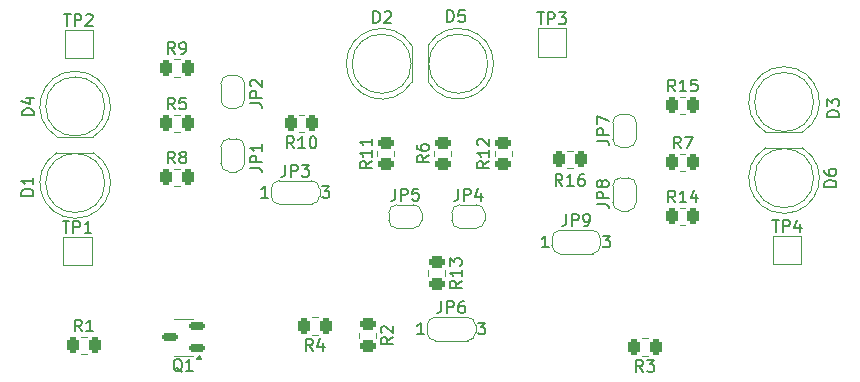
<source format=gbr>
%TF.GenerationSoftware,KiCad,Pcbnew,8.0.0*%
%TF.CreationDate,2024-03-21T20:48:15+02:00*%
%TF.ProjectId,Sensing system,53656e73-696e-4672-9073-797374656d2e,rev?*%
%TF.SameCoordinates,Original*%
%TF.FileFunction,Legend,Top*%
%TF.FilePolarity,Positive*%
%FSLAX46Y46*%
G04 Gerber Fmt 4.6, Leading zero omitted, Abs format (unit mm)*
G04 Created by KiCad (PCBNEW 8.0.0) date 2024-03-21 20:48:15*
%MOMM*%
%LPD*%
G01*
G04 APERTURE LIST*
G04 Aperture macros list*
%AMRoundRect*
0 Rectangle with rounded corners*
0 $1 Rounding radius*
0 $2 $3 $4 $5 $6 $7 $8 $9 X,Y pos of 4 corners*
0 Add a 4 corners polygon primitive as box body*
4,1,4,$2,$3,$4,$5,$6,$7,$8,$9,$2,$3,0*
0 Add four circle primitives for the rounded corners*
1,1,$1+$1,$2,$3*
1,1,$1+$1,$4,$5*
1,1,$1+$1,$6,$7*
1,1,$1+$1,$8,$9*
0 Add four rect primitives between the rounded corners*
20,1,$1+$1,$2,$3,$4,$5,0*
20,1,$1+$1,$4,$5,$6,$7,0*
20,1,$1+$1,$6,$7,$8,$9,0*
20,1,$1+$1,$8,$9,$2,$3,0*%
%AMFreePoly0*
4,1,19,0.000000,0.744911,0.071157,0.744911,0.207708,0.704816,0.327430,0.627875,0.420627,0.520320,0.479746,0.390866,0.500000,0.250000,0.500000,-0.250000,0.479746,-0.390866,0.420627,-0.520320,0.327430,-0.627875,0.207708,-0.704816,0.071157,-0.744911,0.000000,-0.744911,0.000000,-0.750000,-0.550000,-0.750000,-0.550000,0.750000,0.000000,0.750000,0.000000,0.744911,0.000000,0.744911,
$1*%
%AMFreePoly1*
4,1,19,0.550000,-0.750000,0.000000,-0.750000,0.000000,-0.744911,-0.071157,-0.744911,-0.207708,-0.704816,-0.327430,-0.627875,-0.420627,-0.520320,-0.479746,-0.390866,-0.500000,-0.250000,-0.500000,0.250000,-0.479746,0.390866,-0.420627,0.520320,-0.327430,0.627875,-0.207708,0.704816,-0.071157,0.744911,0.000000,0.744911,0.000000,0.750000,0.550000,0.750000,0.550000,-0.750000,0.550000,-0.750000,
$1*%
%AMFreePoly2*
4,1,19,0.000000,0.744911,0.071157,0.744911,0.207708,0.704816,0.327430,0.627875,0.420627,0.520320,0.479746,0.390866,0.500000,0.250000,0.500000,-0.250000,0.479746,-0.390866,0.420627,-0.520320,0.327430,-0.627875,0.207708,-0.704816,0.071157,-0.744911,0.000000,-0.744911,0.000000,-0.750000,-0.500000,-0.750000,-0.500000,0.750000,0.000000,0.750000,0.000000,0.744911,0.000000,0.744911,
$1*%
%AMFreePoly3*
4,1,19,0.500000,-0.750000,0.000000,-0.750000,0.000000,-0.744911,-0.071157,-0.744911,-0.207708,-0.704816,-0.327430,-0.627875,-0.420627,-0.520320,-0.479746,-0.390866,-0.500000,-0.250000,-0.500000,0.250000,-0.479746,0.390866,-0.420627,0.520320,-0.327430,0.627875,-0.207708,0.704816,-0.071157,0.744911,0.000000,0.744911,0.000000,0.750000,0.500000,0.750000,0.500000,-0.750000,0.500000,-0.750000,
$1*%
G04 Aperture macros list end*
%ADD10C,0.150000*%
%ADD11C,0.120000*%
%ADD12R,2.000000X2.000000*%
%ADD13RoundRect,0.250000X0.262500X0.450000X-0.262500X0.450000X-0.262500X-0.450000X0.262500X-0.450000X0*%
%ADD14RoundRect,0.250000X-0.262500X-0.450000X0.262500X-0.450000X0.262500X0.450000X-0.262500X0.450000X0*%
%ADD15RoundRect,0.250000X-0.450000X0.262500X-0.450000X-0.262500X0.450000X-0.262500X0.450000X0.262500X0*%
%ADD16RoundRect,0.250000X0.450000X-0.262500X0.450000X0.262500X-0.450000X0.262500X-0.450000X-0.262500X0*%
%ADD17RoundRect,0.150000X0.512500X0.150000X-0.512500X0.150000X-0.512500X-0.150000X0.512500X-0.150000X0*%
%ADD18FreePoly0,0.000000*%
%ADD19R,1.000000X1.500000*%
%ADD20FreePoly1,0.000000*%
%ADD21FreePoly2,90.000000*%
%ADD22FreePoly3,90.000000*%
%ADD23FreePoly2,0.000000*%
%ADD24FreePoly3,0.000000*%
%ADD25O,1.700000X1.700000*%
%ADD26R,1.700000X1.700000*%
%ADD27C,1.800000*%
%ADD28R,1.800000X1.800000*%
G04 APERTURE END LIST*
D10*
X112754095Y-84391819D02*
X113325523Y-84391819D01*
X113039809Y-85391819D02*
X113039809Y-84391819D01*
X113658857Y-85391819D02*
X113658857Y-84391819D01*
X113658857Y-84391819D02*
X114039809Y-84391819D01*
X114039809Y-84391819D02*
X114135047Y-84439438D01*
X114135047Y-84439438D02*
X114182666Y-84487057D01*
X114182666Y-84487057D02*
X114230285Y-84582295D01*
X114230285Y-84582295D02*
X114230285Y-84725152D01*
X114230285Y-84725152D02*
X114182666Y-84820390D01*
X114182666Y-84820390D02*
X114135047Y-84868009D01*
X114135047Y-84868009D02*
X114039809Y-84915628D01*
X114039809Y-84915628D02*
X113658857Y-84915628D01*
X115087428Y-84725152D02*
X115087428Y-85391819D01*
X114849333Y-84344200D02*
X114611238Y-85058485D01*
X114611238Y-85058485D02*
X115230285Y-85058485D01*
X92845095Y-66798819D02*
X93416523Y-66798819D01*
X93130809Y-67798819D02*
X93130809Y-66798819D01*
X93749857Y-67798819D02*
X93749857Y-66798819D01*
X93749857Y-66798819D02*
X94130809Y-66798819D01*
X94130809Y-66798819D02*
X94226047Y-66846438D01*
X94226047Y-66846438D02*
X94273666Y-66894057D01*
X94273666Y-66894057D02*
X94321285Y-66989295D01*
X94321285Y-66989295D02*
X94321285Y-67132152D01*
X94321285Y-67132152D02*
X94273666Y-67227390D01*
X94273666Y-67227390D02*
X94226047Y-67275009D01*
X94226047Y-67275009D02*
X94130809Y-67322628D01*
X94130809Y-67322628D02*
X93749857Y-67322628D01*
X94654619Y-66798819D02*
X95273666Y-66798819D01*
X95273666Y-66798819D02*
X94940333Y-67179771D01*
X94940333Y-67179771D02*
X95083190Y-67179771D01*
X95083190Y-67179771D02*
X95178428Y-67227390D01*
X95178428Y-67227390D02*
X95226047Y-67275009D01*
X95226047Y-67275009D02*
X95273666Y-67370247D01*
X95273666Y-67370247D02*
X95273666Y-67608342D01*
X95273666Y-67608342D02*
X95226047Y-67703580D01*
X95226047Y-67703580D02*
X95178428Y-67751200D01*
X95178428Y-67751200D02*
X95083190Y-67798819D01*
X95083190Y-67798819D02*
X94797476Y-67798819D01*
X94797476Y-67798819D02*
X94702238Y-67751200D01*
X94702238Y-67751200D02*
X94654619Y-67703580D01*
X52768095Y-66936819D02*
X53339523Y-66936819D01*
X53053809Y-67936819D02*
X53053809Y-66936819D01*
X53672857Y-67936819D02*
X53672857Y-66936819D01*
X53672857Y-66936819D02*
X54053809Y-66936819D01*
X54053809Y-66936819D02*
X54149047Y-66984438D01*
X54149047Y-66984438D02*
X54196666Y-67032057D01*
X54196666Y-67032057D02*
X54244285Y-67127295D01*
X54244285Y-67127295D02*
X54244285Y-67270152D01*
X54244285Y-67270152D02*
X54196666Y-67365390D01*
X54196666Y-67365390D02*
X54149047Y-67413009D01*
X54149047Y-67413009D02*
X54053809Y-67460628D01*
X54053809Y-67460628D02*
X53672857Y-67460628D01*
X54625238Y-67032057D02*
X54672857Y-66984438D01*
X54672857Y-66984438D02*
X54768095Y-66936819D01*
X54768095Y-66936819D02*
X55006190Y-66936819D01*
X55006190Y-66936819D02*
X55101428Y-66984438D01*
X55101428Y-66984438D02*
X55149047Y-67032057D01*
X55149047Y-67032057D02*
X55196666Y-67127295D01*
X55196666Y-67127295D02*
X55196666Y-67222533D01*
X55196666Y-67222533D02*
X55149047Y-67365390D01*
X55149047Y-67365390D02*
X54577619Y-67936819D01*
X54577619Y-67936819D02*
X55196666Y-67936819D01*
X52668095Y-84466819D02*
X53239523Y-84466819D01*
X52953809Y-85466819D02*
X52953809Y-84466819D01*
X53572857Y-85466819D02*
X53572857Y-84466819D01*
X53572857Y-84466819D02*
X53953809Y-84466819D01*
X53953809Y-84466819D02*
X54049047Y-84514438D01*
X54049047Y-84514438D02*
X54096666Y-84562057D01*
X54096666Y-84562057D02*
X54144285Y-84657295D01*
X54144285Y-84657295D02*
X54144285Y-84800152D01*
X54144285Y-84800152D02*
X54096666Y-84895390D01*
X54096666Y-84895390D02*
X54049047Y-84943009D01*
X54049047Y-84943009D02*
X53953809Y-84990628D01*
X53953809Y-84990628D02*
X53572857Y-84990628D01*
X55096666Y-85466819D02*
X54525238Y-85466819D01*
X54810952Y-85466819D02*
X54810952Y-84466819D01*
X54810952Y-84466819D02*
X54715714Y-84609676D01*
X54715714Y-84609676D02*
X54620476Y-84704914D01*
X54620476Y-84704914D02*
X54525238Y-84752533D01*
X94964642Y-81480819D02*
X94631309Y-81004628D01*
X94393214Y-81480819D02*
X94393214Y-80480819D01*
X94393214Y-80480819D02*
X94774166Y-80480819D01*
X94774166Y-80480819D02*
X94869404Y-80528438D01*
X94869404Y-80528438D02*
X94917023Y-80576057D01*
X94917023Y-80576057D02*
X94964642Y-80671295D01*
X94964642Y-80671295D02*
X94964642Y-80814152D01*
X94964642Y-80814152D02*
X94917023Y-80909390D01*
X94917023Y-80909390D02*
X94869404Y-80957009D01*
X94869404Y-80957009D02*
X94774166Y-81004628D01*
X94774166Y-81004628D02*
X94393214Y-81004628D01*
X95917023Y-81480819D02*
X95345595Y-81480819D01*
X95631309Y-81480819D02*
X95631309Y-80480819D01*
X95631309Y-80480819D02*
X95536071Y-80623676D01*
X95536071Y-80623676D02*
X95440833Y-80718914D01*
X95440833Y-80718914D02*
X95345595Y-80766533D01*
X96774166Y-80480819D02*
X96583690Y-80480819D01*
X96583690Y-80480819D02*
X96488452Y-80528438D01*
X96488452Y-80528438D02*
X96440833Y-80576057D01*
X96440833Y-80576057D02*
X96345595Y-80718914D01*
X96345595Y-80718914D02*
X96297976Y-80909390D01*
X96297976Y-80909390D02*
X96297976Y-81290342D01*
X96297976Y-81290342D02*
X96345595Y-81385580D01*
X96345595Y-81385580D02*
X96393214Y-81433200D01*
X96393214Y-81433200D02*
X96488452Y-81480819D01*
X96488452Y-81480819D02*
X96678928Y-81480819D01*
X96678928Y-81480819D02*
X96774166Y-81433200D01*
X96774166Y-81433200D02*
X96821785Y-81385580D01*
X96821785Y-81385580D02*
X96869404Y-81290342D01*
X96869404Y-81290342D02*
X96869404Y-81052247D01*
X96869404Y-81052247D02*
X96821785Y-80957009D01*
X96821785Y-80957009D02*
X96774166Y-80909390D01*
X96774166Y-80909390D02*
X96678928Y-80861771D01*
X96678928Y-80861771D02*
X96488452Y-80861771D01*
X96488452Y-80861771D02*
X96393214Y-80909390D01*
X96393214Y-80909390D02*
X96345595Y-80957009D01*
X96345595Y-80957009D02*
X96297976Y-81052247D01*
X104513142Y-73480819D02*
X104179809Y-73004628D01*
X103941714Y-73480819D02*
X103941714Y-72480819D01*
X103941714Y-72480819D02*
X104322666Y-72480819D01*
X104322666Y-72480819D02*
X104417904Y-72528438D01*
X104417904Y-72528438D02*
X104465523Y-72576057D01*
X104465523Y-72576057D02*
X104513142Y-72671295D01*
X104513142Y-72671295D02*
X104513142Y-72814152D01*
X104513142Y-72814152D02*
X104465523Y-72909390D01*
X104465523Y-72909390D02*
X104417904Y-72957009D01*
X104417904Y-72957009D02*
X104322666Y-73004628D01*
X104322666Y-73004628D02*
X103941714Y-73004628D01*
X105465523Y-73480819D02*
X104894095Y-73480819D01*
X105179809Y-73480819D02*
X105179809Y-72480819D01*
X105179809Y-72480819D02*
X105084571Y-72623676D01*
X105084571Y-72623676D02*
X104989333Y-72718914D01*
X104989333Y-72718914D02*
X104894095Y-72766533D01*
X106370285Y-72480819D02*
X105894095Y-72480819D01*
X105894095Y-72480819D02*
X105846476Y-72957009D01*
X105846476Y-72957009D02*
X105894095Y-72909390D01*
X105894095Y-72909390D02*
X105989333Y-72861771D01*
X105989333Y-72861771D02*
X106227428Y-72861771D01*
X106227428Y-72861771D02*
X106322666Y-72909390D01*
X106322666Y-72909390D02*
X106370285Y-72957009D01*
X106370285Y-72957009D02*
X106417904Y-73052247D01*
X106417904Y-73052247D02*
X106417904Y-73290342D01*
X106417904Y-73290342D02*
X106370285Y-73385580D01*
X106370285Y-73385580D02*
X106322666Y-73433200D01*
X106322666Y-73433200D02*
X106227428Y-73480819D01*
X106227428Y-73480819D02*
X105989333Y-73480819D01*
X105989333Y-73480819D02*
X105894095Y-73433200D01*
X105894095Y-73433200D02*
X105846476Y-73385580D01*
X104513142Y-82878819D02*
X104179809Y-82402628D01*
X103941714Y-82878819D02*
X103941714Y-81878819D01*
X103941714Y-81878819D02*
X104322666Y-81878819D01*
X104322666Y-81878819D02*
X104417904Y-81926438D01*
X104417904Y-81926438D02*
X104465523Y-81974057D01*
X104465523Y-81974057D02*
X104513142Y-82069295D01*
X104513142Y-82069295D02*
X104513142Y-82212152D01*
X104513142Y-82212152D02*
X104465523Y-82307390D01*
X104465523Y-82307390D02*
X104417904Y-82355009D01*
X104417904Y-82355009D02*
X104322666Y-82402628D01*
X104322666Y-82402628D02*
X103941714Y-82402628D01*
X105465523Y-82878819D02*
X104894095Y-82878819D01*
X105179809Y-82878819D02*
X105179809Y-81878819D01*
X105179809Y-81878819D02*
X105084571Y-82021676D01*
X105084571Y-82021676D02*
X104989333Y-82116914D01*
X104989333Y-82116914D02*
X104894095Y-82164533D01*
X106322666Y-82212152D02*
X106322666Y-82878819D01*
X106084571Y-81831200D02*
X105846476Y-82545485D01*
X105846476Y-82545485D02*
X106465523Y-82545485D01*
X86432819Y-89519357D02*
X85956628Y-89852690D01*
X86432819Y-90090785D02*
X85432819Y-90090785D01*
X85432819Y-90090785D02*
X85432819Y-89709833D01*
X85432819Y-89709833D02*
X85480438Y-89614595D01*
X85480438Y-89614595D02*
X85528057Y-89566976D01*
X85528057Y-89566976D02*
X85623295Y-89519357D01*
X85623295Y-89519357D02*
X85766152Y-89519357D01*
X85766152Y-89519357D02*
X85861390Y-89566976D01*
X85861390Y-89566976D02*
X85909009Y-89614595D01*
X85909009Y-89614595D02*
X85956628Y-89709833D01*
X85956628Y-89709833D02*
X85956628Y-90090785D01*
X86432819Y-88566976D02*
X86432819Y-89138404D01*
X86432819Y-88852690D02*
X85432819Y-88852690D01*
X85432819Y-88852690D02*
X85575676Y-88947928D01*
X85575676Y-88947928D02*
X85670914Y-89043166D01*
X85670914Y-89043166D02*
X85718533Y-89138404D01*
X85432819Y-88233642D02*
X85432819Y-87614595D01*
X85432819Y-87614595D02*
X85813771Y-87947928D01*
X85813771Y-87947928D02*
X85813771Y-87805071D01*
X85813771Y-87805071D02*
X85861390Y-87709833D01*
X85861390Y-87709833D02*
X85909009Y-87662214D01*
X85909009Y-87662214D02*
X86004247Y-87614595D01*
X86004247Y-87614595D02*
X86242342Y-87614595D01*
X86242342Y-87614595D02*
X86337580Y-87662214D01*
X86337580Y-87662214D02*
X86385200Y-87709833D01*
X86385200Y-87709833D02*
X86432819Y-87805071D01*
X86432819Y-87805071D02*
X86432819Y-88090785D01*
X86432819Y-88090785D02*
X86385200Y-88186023D01*
X86385200Y-88186023D02*
X86337580Y-88233642D01*
X88767819Y-79382857D02*
X88291628Y-79716190D01*
X88767819Y-79954285D02*
X87767819Y-79954285D01*
X87767819Y-79954285D02*
X87767819Y-79573333D01*
X87767819Y-79573333D02*
X87815438Y-79478095D01*
X87815438Y-79478095D02*
X87863057Y-79430476D01*
X87863057Y-79430476D02*
X87958295Y-79382857D01*
X87958295Y-79382857D02*
X88101152Y-79382857D01*
X88101152Y-79382857D02*
X88196390Y-79430476D01*
X88196390Y-79430476D02*
X88244009Y-79478095D01*
X88244009Y-79478095D02*
X88291628Y-79573333D01*
X88291628Y-79573333D02*
X88291628Y-79954285D01*
X88767819Y-78430476D02*
X88767819Y-79001904D01*
X88767819Y-78716190D02*
X87767819Y-78716190D01*
X87767819Y-78716190D02*
X87910676Y-78811428D01*
X87910676Y-78811428D02*
X88005914Y-78906666D01*
X88005914Y-78906666D02*
X88053533Y-79001904D01*
X87863057Y-78049523D02*
X87815438Y-78001904D01*
X87815438Y-78001904D02*
X87767819Y-77906666D01*
X87767819Y-77906666D02*
X87767819Y-77668571D01*
X87767819Y-77668571D02*
X87815438Y-77573333D01*
X87815438Y-77573333D02*
X87863057Y-77525714D01*
X87863057Y-77525714D02*
X87958295Y-77478095D01*
X87958295Y-77478095D02*
X88053533Y-77478095D01*
X88053533Y-77478095D02*
X88196390Y-77525714D01*
X88196390Y-77525714D02*
X88767819Y-78097142D01*
X88767819Y-78097142D02*
X88767819Y-77478095D01*
X78814819Y-79382857D02*
X78338628Y-79716190D01*
X78814819Y-79954285D02*
X77814819Y-79954285D01*
X77814819Y-79954285D02*
X77814819Y-79573333D01*
X77814819Y-79573333D02*
X77862438Y-79478095D01*
X77862438Y-79478095D02*
X77910057Y-79430476D01*
X77910057Y-79430476D02*
X78005295Y-79382857D01*
X78005295Y-79382857D02*
X78148152Y-79382857D01*
X78148152Y-79382857D02*
X78243390Y-79430476D01*
X78243390Y-79430476D02*
X78291009Y-79478095D01*
X78291009Y-79478095D02*
X78338628Y-79573333D01*
X78338628Y-79573333D02*
X78338628Y-79954285D01*
X78814819Y-78430476D02*
X78814819Y-79001904D01*
X78814819Y-78716190D02*
X77814819Y-78716190D01*
X77814819Y-78716190D02*
X77957676Y-78811428D01*
X77957676Y-78811428D02*
X78052914Y-78906666D01*
X78052914Y-78906666D02*
X78100533Y-79001904D01*
X78814819Y-77478095D02*
X78814819Y-78049523D01*
X78814819Y-77763809D02*
X77814819Y-77763809D01*
X77814819Y-77763809D02*
X77957676Y-77859047D01*
X77957676Y-77859047D02*
X78052914Y-77954285D01*
X78052914Y-77954285D02*
X78100533Y-78049523D01*
X72231642Y-78304819D02*
X71898309Y-77828628D01*
X71660214Y-78304819D02*
X71660214Y-77304819D01*
X71660214Y-77304819D02*
X72041166Y-77304819D01*
X72041166Y-77304819D02*
X72136404Y-77352438D01*
X72136404Y-77352438D02*
X72184023Y-77400057D01*
X72184023Y-77400057D02*
X72231642Y-77495295D01*
X72231642Y-77495295D02*
X72231642Y-77638152D01*
X72231642Y-77638152D02*
X72184023Y-77733390D01*
X72184023Y-77733390D02*
X72136404Y-77781009D01*
X72136404Y-77781009D02*
X72041166Y-77828628D01*
X72041166Y-77828628D02*
X71660214Y-77828628D01*
X73184023Y-78304819D02*
X72612595Y-78304819D01*
X72898309Y-78304819D02*
X72898309Y-77304819D01*
X72898309Y-77304819D02*
X72803071Y-77447676D01*
X72803071Y-77447676D02*
X72707833Y-77542914D01*
X72707833Y-77542914D02*
X72612595Y-77590533D01*
X73803071Y-77304819D02*
X73898309Y-77304819D01*
X73898309Y-77304819D02*
X73993547Y-77352438D01*
X73993547Y-77352438D02*
X74041166Y-77400057D01*
X74041166Y-77400057D02*
X74088785Y-77495295D01*
X74088785Y-77495295D02*
X74136404Y-77685771D01*
X74136404Y-77685771D02*
X74136404Y-77923866D01*
X74136404Y-77923866D02*
X74088785Y-78114342D01*
X74088785Y-78114342D02*
X74041166Y-78209580D01*
X74041166Y-78209580D02*
X73993547Y-78257200D01*
X73993547Y-78257200D02*
X73898309Y-78304819D01*
X73898309Y-78304819D02*
X73803071Y-78304819D01*
X73803071Y-78304819D02*
X73707833Y-78257200D01*
X73707833Y-78257200D02*
X73660214Y-78209580D01*
X73660214Y-78209580D02*
X73612595Y-78114342D01*
X73612595Y-78114342D02*
X73564976Y-77923866D01*
X73564976Y-77923866D02*
X73564976Y-77685771D01*
X73564976Y-77685771D02*
X73612595Y-77495295D01*
X73612595Y-77495295D02*
X73660214Y-77400057D01*
X73660214Y-77400057D02*
X73707833Y-77352438D01*
X73707833Y-77352438D02*
X73803071Y-77304819D01*
X62166833Y-70314819D02*
X61833500Y-69838628D01*
X61595405Y-70314819D02*
X61595405Y-69314819D01*
X61595405Y-69314819D02*
X61976357Y-69314819D01*
X61976357Y-69314819D02*
X62071595Y-69362438D01*
X62071595Y-69362438D02*
X62119214Y-69410057D01*
X62119214Y-69410057D02*
X62166833Y-69505295D01*
X62166833Y-69505295D02*
X62166833Y-69648152D01*
X62166833Y-69648152D02*
X62119214Y-69743390D01*
X62119214Y-69743390D02*
X62071595Y-69791009D01*
X62071595Y-69791009D02*
X61976357Y-69838628D01*
X61976357Y-69838628D02*
X61595405Y-69838628D01*
X62643024Y-70314819D02*
X62833500Y-70314819D01*
X62833500Y-70314819D02*
X62928738Y-70267200D01*
X62928738Y-70267200D02*
X62976357Y-70219580D01*
X62976357Y-70219580D02*
X63071595Y-70076723D01*
X63071595Y-70076723D02*
X63119214Y-69886247D01*
X63119214Y-69886247D02*
X63119214Y-69505295D01*
X63119214Y-69505295D02*
X63071595Y-69410057D01*
X63071595Y-69410057D02*
X63023976Y-69362438D01*
X63023976Y-69362438D02*
X62928738Y-69314819D01*
X62928738Y-69314819D02*
X62738262Y-69314819D01*
X62738262Y-69314819D02*
X62643024Y-69362438D01*
X62643024Y-69362438D02*
X62595405Y-69410057D01*
X62595405Y-69410057D02*
X62547786Y-69505295D01*
X62547786Y-69505295D02*
X62547786Y-69743390D01*
X62547786Y-69743390D02*
X62595405Y-69838628D01*
X62595405Y-69838628D02*
X62643024Y-69886247D01*
X62643024Y-69886247D02*
X62738262Y-69933866D01*
X62738262Y-69933866D02*
X62928738Y-69933866D01*
X62928738Y-69933866D02*
X63023976Y-69886247D01*
X63023976Y-69886247D02*
X63071595Y-69838628D01*
X63071595Y-69838628D02*
X63119214Y-69743390D01*
X62166833Y-79576819D02*
X61833500Y-79100628D01*
X61595405Y-79576819D02*
X61595405Y-78576819D01*
X61595405Y-78576819D02*
X61976357Y-78576819D01*
X61976357Y-78576819D02*
X62071595Y-78624438D01*
X62071595Y-78624438D02*
X62119214Y-78672057D01*
X62119214Y-78672057D02*
X62166833Y-78767295D01*
X62166833Y-78767295D02*
X62166833Y-78910152D01*
X62166833Y-78910152D02*
X62119214Y-79005390D01*
X62119214Y-79005390D02*
X62071595Y-79053009D01*
X62071595Y-79053009D02*
X61976357Y-79100628D01*
X61976357Y-79100628D02*
X61595405Y-79100628D01*
X62738262Y-79005390D02*
X62643024Y-78957771D01*
X62643024Y-78957771D02*
X62595405Y-78910152D01*
X62595405Y-78910152D02*
X62547786Y-78814914D01*
X62547786Y-78814914D02*
X62547786Y-78767295D01*
X62547786Y-78767295D02*
X62595405Y-78672057D01*
X62595405Y-78672057D02*
X62643024Y-78624438D01*
X62643024Y-78624438D02*
X62738262Y-78576819D01*
X62738262Y-78576819D02*
X62928738Y-78576819D01*
X62928738Y-78576819D02*
X63023976Y-78624438D01*
X63023976Y-78624438D02*
X63071595Y-78672057D01*
X63071595Y-78672057D02*
X63119214Y-78767295D01*
X63119214Y-78767295D02*
X63119214Y-78814914D01*
X63119214Y-78814914D02*
X63071595Y-78910152D01*
X63071595Y-78910152D02*
X63023976Y-78957771D01*
X63023976Y-78957771D02*
X62928738Y-79005390D01*
X62928738Y-79005390D02*
X62738262Y-79005390D01*
X62738262Y-79005390D02*
X62643024Y-79053009D01*
X62643024Y-79053009D02*
X62595405Y-79100628D01*
X62595405Y-79100628D02*
X62547786Y-79195866D01*
X62547786Y-79195866D02*
X62547786Y-79386342D01*
X62547786Y-79386342D02*
X62595405Y-79481580D01*
X62595405Y-79481580D02*
X62643024Y-79529200D01*
X62643024Y-79529200D02*
X62738262Y-79576819D01*
X62738262Y-79576819D02*
X62928738Y-79576819D01*
X62928738Y-79576819D02*
X63023976Y-79529200D01*
X63023976Y-79529200D02*
X63071595Y-79481580D01*
X63071595Y-79481580D02*
X63119214Y-79386342D01*
X63119214Y-79386342D02*
X63119214Y-79195866D01*
X63119214Y-79195866D02*
X63071595Y-79100628D01*
X63071595Y-79100628D02*
X63023976Y-79053009D01*
X63023976Y-79053009D02*
X62928738Y-79005390D01*
X104989333Y-78306819D02*
X104656000Y-77830628D01*
X104417905Y-78306819D02*
X104417905Y-77306819D01*
X104417905Y-77306819D02*
X104798857Y-77306819D01*
X104798857Y-77306819D02*
X104894095Y-77354438D01*
X104894095Y-77354438D02*
X104941714Y-77402057D01*
X104941714Y-77402057D02*
X104989333Y-77497295D01*
X104989333Y-77497295D02*
X104989333Y-77640152D01*
X104989333Y-77640152D02*
X104941714Y-77735390D01*
X104941714Y-77735390D02*
X104894095Y-77783009D01*
X104894095Y-77783009D02*
X104798857Y-77830628D01*
X104798857Y-77830628D02*
X104417905Y-77830628D01*
X105322667Y-77306819D02*
X105989333Y-77306819D01*
X105989333Y-77306819D02*
X105560762Y-78306819D01*
X83640819Y-78906666D02*
X83164628Y-79239999D01*
X83640819Y-79478094D02*
X82640819Y-79478094D01*
X82640819Y-79478094D02*
X82640819Y-79097142D01*
X82640819Y-79097142D02*
X82688438Y-79001904D01*
X82688438Y-79001904D02*
X82736057Y-78954285D01*
X82736057Y-78954285D02*
X82831295Y-78906666D01*
X82831295Y-78906666D02*
X82974152Y-78906666D01*
X82974152Y-78906666D02*
X83069390Y-78954285D01*
X83069390Y-78954285D02*
X83117009Y-79001904D01*
X83117009Y-79001904D02*
X83164628Y-79097142D01*
X83164628Y-79097142D02*
X83164628Y-79478094D01*
X82640819Y-78049523D02*
X82640819Y-78239999D01*
X82640819Y-78239999D02*
X82688438Y-78335237D01*
X82688438Y-78335237D02*
X82736057Y-78382856D01*
X82736057Y-78382856D02*
X82878914Y-78478094D01*
X82878914Y-78478094D02*
X83069390Y-78525713D01*
X83069390Y-78525713D02*
X83450342Y-78525713D01*
X83450342Y-78525713D02*
X83545580Y-78478094D01*
X83545580Y-78478094D02*
X83593200Y-78430475D01*
X83593200Y-78430475D02*
X83640819Y-78335237D01*
X83640819Y-78335237D02*
X83640819Y-78144761D01*
X83640819Y-78144761D02*
X83593200Y-78049523D01*
X83593200Y-78049523D02*
X83545580Y-78001904D01*
X83545580Y-78001904D02*
X83450342Y-77954285D01*
X83450342Y-77954285D02*
X83212247Y-77954285D01*
X83212247Y-77954285D02*
X83117009Y-78001904D01*
X83117009Y-78001904D02*
X83069390Y-78049523D01*
X83069390Y-78049523D02*
X83021771Y-78144761D01*
X83021771Y-78144761D02*
X83021771Y-78335237D01*
X83021771Y-78335237D02*
X83069390Y-78430475D01*
X83069390Y-78430475D02*
X83117009Y-78478094D01*
X83117009Y-78478094D02*
X83212247Y-78525713D01*
X62166833Y-75004819D02*
X61833500Y-74528628D01*
X61595405Y-75004819D02*
X61595405Y-74004819D01*
X61595405Y-74004819D02*
X61976357Y-74004819D01*
X61976357Y-74004819D02*
X62071595Y-74052438D01*
X62071595Y-74052438D02*
X62119214Y-74100057D01*
X62119214Y-74100057D02*
X62166833Y-74195295D01*
X62166833Y-74195295D02*
X62166833Y-74338152D01*
X62166833Y-74338152D02*
X62119214Y-74433390D01*
X62119214Y-74433390D02*
X62071595Y-74481009D01*
X62071595Y-74481009D02*
X61976357Y-74528628D01*
X61976357Y-74528628D02*
X61595405Y-74528628D01*
X63071595Y-74004819D02*
X62595405Y-74004819D01*
X62595405Y-74004819D02*
X62547786Y-74481009D01*
X62547786Y-74481009D02*
X62595405Y-74433390D01*
X62595405Y-74433390D02*
X62690643Y-74385771D01*
X62690643Y-74385771D02*
X62928738Y-74385771D01*
X62928738Y-74385771D02*
X63023976Y-74433390D01*
X63023976Y-74433390D02*
X63071595Y-74481009D01*
X63071595Y-74481009D02*
X63119214Y-74576247D01*
X63119214Y-74576247D02*
X63119214Y-74814342D01*
X63119214Y-74814342D02*
X63071595Y-74909580D01*
X63071595Y-74909580D02*
X63023976Y-74957200D01*
X63023976Y-74957200D02*
X62928738Y-75004819D01*
X62928738Y-75004819D02*
X62690643Y-75004819D01*
X62690643Y-75004819D02*
X62595405Y-74957200D01*
X62595405Y-74957200D02*
X62547786Y-74909580D01*
X73850833Y-95449819D02*
X73517500Y-94973628D01*
X73279405Y-95449819D02*
X73279405Y-94449819D01*
X73279405Y-94449819D02*
X73660357Y-94449819D01*
X73660357Y-94449819D02*
X73755595Y-94497438D01*
X73755595Y-94497438D02*
X73803214Y-94545057D01*
X73803214Y-94545057D02*
X73850833Y-94640295D01*
X73850833Y-94640295D02*
X73850833Y-94783152D01*
X73850833Y-94783152D02*
X73803214Y-94878390D01*
X73803214Y-94878390D02*
X73755595Y-94926009D01*
X73755595Y-94926009D02*
X73660357Y-94973628D01*
X73660357Y-94973628D02*
X73279405Y-94973628D01*
X74707976Y-94783152D02*
X74707976Y-95449819D01*
X74469881Y-94402200D02*
X74231786Y-95116485D01*
X74231786Y-95116485D02*
X74850833Y-95116485D01*
X101790833Y-97227819D02*
X101457500Y-96751628D01*
X101219405Y-97227819D02*
X101219405Y-96227819D01*
X101219405Y-96227819D02*
X101600357Y-96227819D01*
X101600357Y-96227819D02*
X101695595Y-96275438D01*
X101695595Y-96275438D02*
X101743214Y-96323057D01*
X101743214Y-96323057D02*
X101790833Y-96418295D01*
X101790833Y-96418295D02*
X101790833Y-96561152D01*
X101790833Y-96561152D02*
X101743214Y-96656390D01*
X101743214Y-96656390D02*
X101695595Y-96704009D01*
X101695595Y-96704009D02*
X101600357Y-96751628D01*
X101600357Y-96751628D02*
X101219405Y-96751628D01*
X102124167Y-96227819D02*
X102743214Y-96227819D01*
X102743214Y-96227819D02*
X102409881Y-96608771D01*
X102409881Y-96608771D02*
X102552738Y-96608771D01*
X102552738Y-96608771D02*
X102647976Y-96656390D01*
X102647976Y-96656390D02*
X102695595Y-96704009D01*
X102695595Y-96704009D02*
X102743214Y-96799247D01*
X102743214Y-96799247D02*
X102743214Y-97037342D01*
X102743214Y-97037342D02*
X102695595Y-97132580D01*
X102695595Y-97132580D02*
X102647976Y-97180200D01*
X102647976Y-97180200D02*
X102552738Y-97227819D01*
X102552738Y-97227819D02*
X102267024Y-97227819D01*
X102267024Y-97227819D02*
X102171786Y-97180200D01*
X102171786Y-97180200D02*
X102124167Y-97132580D01*
X80590819Y-94297166D02*
X80114628Y-94630499D01*
X80590819Y-94868594D02*
X79590819Y-94868594D01*
X79590819Y-94868594D02*
X79590819Y-94487642D01*
X79590819Y-94487642D02*
X79638438Y-94392404D01*
X79638438Y-94392404D02*
X79686057Y-94344785D01*
X79686057Y-94344785D02*
X79781295Y-94297166D01*
X79781295Y-94297166D02*
X79924152Y-94297166D01*
X79924152Y-94297166D02*
X80019390Y-94344785D01*
X80019390Y-94344785D02*
X80067009Y-94392404D01*
X80067009Y-94392404D02*
X80114628Y-94487642D01*
X80114628Y-94487642D02*
X80114628Y-94868594D01*
X79686057Y-93916213D02*
X79638438Y-93868594D01*
X79638438Y-93868594D02*
X79590819Y-93773356D01*
X79590819Y-93773356D02*
X79590819Y-93535261D01*
X79590819Y-93535261D02*
X79638438Y-93440023D01*
X79638438Y-93440023D02*
X79686057Y-93392404D01*
X79686057Y-93392404D02*
X79781295Y-93344785D01*
X79781295Y-93344785D02*
X79876533Y-93344785D01*
X79876533Y-93344785D02*
X80019390Y-93392404D01*
X80019390Y-93392404D02*
X80590819Y-93963832D01*
X80590819Y-93963832D02*
X80590819Y-93344785D01*
X54292833Y-93800819D02*
X53959500Y-93324628D01*
X53721405Y-93800819D02*
X53721405Y-92800819D01*
X53721405Y-92800819D02*
X54102357Y-92800819D01*
X54102357Y-92800819D02*
X54197595Y-92848438D01*
X54197595Y-92848438D02*
X54245214Y-92896057D01*
X54245214Y-92896057D02*
X54292833Y-92991295D01*
X54292833Y-92991295D02*
X54292833Y-93134152D01*
X54292833Y-93134152D02*
X54245214Y-93229390D01*
X54245214Y-93229390D02*
X54197595Y-93277009D01*
X54197595Y-93277009D02*
X54102357Y-93324628D01*
X54102357Y-93324628D02*
X53721405Y-93324628D01*
X55245214Y-93800819D02*
X54673786Y-93800819D01*
X54959500Y-93800819D02*
X54959500Y-92800819D01*
X54959500Y-92800819D02*
X54864262Y-92943676D01*
X54864262Y-92943676D02*
X54769024Y-93038914D01*
X54769024Y-93038914D02*
X54673786Y-93086533D01*
X62775261Y-97245057D02*
X62680023Y-97197438D01*
X62680023Y-97197438D02*
X62584785Y-97102200D01*
X62584785Y-97102200D02*
X62441928Y-96959342D01*
X62441928Y-96959342D02*
X62346690Y-96911723D01*
X62346690Y-96911723D02*
X62251452Y-96911723D01*
X62299071Y-97149819D02*
X62203833Y-97102200D01*
X62203833Y-97102200D02*
X62108595Y-97006961D01*
X62108595Y-97006961D02*
X62060976Y-96816485D01*
X62060976Y-96816485D02*
X62060976Y-96483152D01*
X62060976Y-96483152D02*
X62108595Y-96292676D01*
X62108595Y-96292676D02*
X62203833Y-96197438D01*
X62203833Y-96197438D02*
X62299071Y-96149819D01*
X62299071Y-96149819D02*
X62489547Y-96149819D01*
X62489547Y-96149819D02*
X62584785Y-96197438D01*
X62584785Y-96197438D02*
X62680023Y-96292676D01*
X62680023Y-96292676D02*
X62727642Y-96483152D01*
X62727642Y-96483152D02*
X62727642Y-96816485D01*
X62727642Y-96816485D02*
X62680023Y-97006961D01*
X62680023Y-97006961D02*
X62584785Y-97102200D01*
X62584785Y-97102200D02*
X62489547Y-97149819D01*
X62489547Y-97149819D02*
X62299071Y-97149819D01*
X63680023Y-97149819D02*
X63108595Y-97149819D01*
X63394309Y-97149819D02*
X63394309Y-96149819D01*
X63394309Y-96149819D02*
X63299071Y-96292676D01*
X63299071Y-96292676D02*
X63203833Y-96387914D01*
X63203833Y-96387914D02*
X63108595Y-96435533D01*
X95305666Y-83887819D02*
X95305666Y-84602104D01*
X95305666Y-84602104D02*
X95258047Y-84744961D01*
X95258047Y-84744961D02*
X95162809Y-84840200D01*
X95162809Y-84840200D02*
X95019952Y-84887819D01*
X95019952Y-84887819D02*
X94924714Y-84887819D01*
X95781857Y-84887819D02*
X95781857Y-83887819D01*
X95781857Y-83887819D02*
X96162809Y-83887819D01*
X96162809Y-83887819D02*
X96258047Y-83935438D01*
X96258047Y-83935438D02*
X96305666Y-83983057D01*
X96305666Y-83983057D02*
X96353285Y-84078295D01*
X96353285Y-84078295D02*
X96353285Y-84221152D01*
X96353285Y-84221152D02*
X96305666Y-84316390D01*
X96305666Y-84316390D02*
X96258047Y-84364009D01*
X96258047Y-84364009D02*
X96162809Y-84411628D01*
X96162809Y-84411628D02*
X95781857Y-84411628D01*
X96829476Y-84887819D02*
X97019952Y-84887819D01*
X97019952Y-84887819D02*
X97115190Y-84840200D01*
X97115190Y-84840200D02*
X97162809Y-84792580D01*
X97162809Y-84792580D02*
X97258047Y-84649723D01*
X97258047Y-84649723D02*
X97305666Y-84459247D01*
X97305666Y-84459247D02*
X97305666Y-84078295D01*
X97305666Y-84078295D02*
X97258047Y-83983057D01*
X97258047Y-83983057D02*
X97210428Y-83935438D01*
X97210428Y-83935438D02*
X97115190Y-83887819D01*
X97115190Y-83887819D02*
X96924714Y-83887819D01*
X96924714Y-83887819D02*
X96829476Y-83935438D01*
X96829476Y-83935438D02*
X96781857Y-83983057D01*
X96781857Y-83983057D02*
X96734238Y-84078295D01*
X96734238Y-84078295D02*
X96734238Y-84316390D01*
X96734238Y-84316390D02*
X96781857Y-84411628D01*
X96781857Y-84411628D02*
X96829476Y-84459247D01*
X96829476Y-84459247D02*
X96924714Y-84506866D01*
X96924714Y-84506866D02*
X97115190Y-84506866D01*
X97115190Y-84506866D02*
X97210428Y-84459247D01*
X97210428Y-84459247D02*
X97258047Y-84411628D01*
X97258047Y-84411628D02*
X97305666Y-84316390D01*
X98405667Y-85687819D02*
X99024714Y-85687819D01*
X99024714Y-85687819D02*
X98691381Y-86068771D01*
X98691381Y-86068771D02*
X98834238Y-86068771D01*
X98834238Y-86068771D02*
X98929476Y-86116390D01*
X98929476Y-86116390D02*
X98977095Y-86164009D01*
X98977095Y-86164009D02*
X99024714Y-86259247D01*
X99024714Y-86259247D02*
X99024714Y-86497342D01*
X99024714Y-86497342D02*
X98977095Y-86592580D01*
X98977095Y-86592580D02*
X98929476Y-86640200D01*
X98929476Y-86640200D02*
X98834238Y-86687819D01*
X98834238Y-86687819D02*
X98548524Y-86687819D01*
X98548524Y-86687819D02*
X98453286Y-86640200D01*
X98453286Y-86640200D02*
X98405667Y-86592580D01*
X93824714Y-86687819D02*
X93253286Y-86687819D01*
X93539000Y-86687819D02*
X93539000Y-85687819D01*
X93539000Y-85687819D02*
X93443762Y-85830676D01*
X93443762Y-85830676D02*
X93348524Y-85925914D01*
X93348524Y-85925914D02*
X93253286Y-85973533D01*
X97881319Y-83017333D02*
X98595604Y-83017333D01*
X98595604Y-83017333D02*
X98738461Y-83064952D01*
X98738461Y-83064952D02*
X98833700Y-83160190D01*
X98833700Y-83160190D02*
X98881319Y-83303047D01*
X98881319Y-83303047D02*
X98881319Y-83398285D01*
X98881319Y-82541142D02*
X97881319Y-82541142D01*
X97881319Y-82541142D02*
X97881319Y-82160190D01*
X97881319Y-82160190D02*
X97928938Y-82064952D01*
X97928938Y-82064952D02*
X97976557Y-82017333D01*
X97976557Y-82017333D02*
X98071795Y-81969714D01*
X98071795Y-81969714D02*
X98214652Y-81969714D01*
X98214652Y-81969714D02*
X98309890Y-82017333D01*
X98309890Y-82017333D02*
X98357509Y-82064952D01*
X98357509Y-82064952D02*
X98405128Y-82160190D01*
X98405128Y-82160190D02*
X98405128Y-82541142D01*
X98309890Y-81398285D02*
X98262271Y-81493523D01*
X98262271Y-81493523D02*
X98214652Y-81541142D01*
X98214652Y-81541142D02*
X98119414Y-81588761D01*
X98119414Y-81588761D02*
X98071795Y-81588761D01*
X98071795Y-81588761D02*
X97976557Y-81541142D01*
X97976557Y-81541142D02*
X97928938Y-81493523D01*
X97928938Y-81493523D02*
X97881319Y-81398285D01*
X97881319Y-81398285D02*
X97881319Y-81207809D01*
X97881319Y-81207809D02*
X97928938Y-81112571D01*
X97928938Y-81112571D02*
X97976557Y-81064952D01*
X97976557Y-81064952D02*
X98071795Y-81017333D01*
X98071795Y-81017333D02*
X98119414Y-81017333D01*
X98119414Y-81017333D02*
X98214652Y-81064952D01*
X98214652Y-81064952D02*
X98262271Y-81112571D01*
X98262271Y-81112571D02*
X98309890Y-81207809D01*
X98309890Y-81207809D02*
X98309890Y-81398285D01*
X98309890Y-81398285D02*
X98357509Y-81493523D01*
X98357509Y-81493523D02*
X98405128Y-81541142D01*
X98405128Y-81541142D02*
X98500366Y-81588761D01*
X98500366Y-81588761D02*
X98690842Y-81588761D01*
X98690842Y-81588761D02*
X98786080Y-81541142D01*
X98786080Y-81541142D02*
X98833700Y-81493523D01*
X98833700Y-81493523D02*
X98881319Y-81398285D01*
X98881319Y-81398285D02*
X98881319Y-81207809D01*
X98881319Y-81207809D02*
X98833700Y-81112571D01*
X98833700Y-81112571D02*
X98786080Y-81064952D01*
X98786080Y-81064952D02*
X98690842Y-81017333D01*
X98690842Y-81017333D02*
X98500366Y-81017333D01*
X98500366Y-81017333D02*
X98405128Y-81064952D01*
X98405128Y-81064952D02*
X98357509Y-81112571D01*
X98357509Y-81112571D02*
X98309890Y-81207809D01*
X97881319Y-77653333D02*
X98595604Y-77653333D01*
X98595604Y-77653333D02*
X98738461Y-77700952D01*
X98738461Y-77700952D02*
X98833700Y-77796190D01*
X98833700Y-77796190D02*
X98881319Y-77939047D01*
X98881319Y-77939047D02*
X98881319Y-78034285D01*
X98881319Y-77177142D02*
X97881319Y-77177142D01*
X97881319Y-77177142D02*
X97881319Y-76796190D01*
X97881319Y-76796190D02*
X97928938Y-76700952D01*
X97928938Y-76700952D02*
X97976557Y-76653333D01*
X97976557Y-76653333D02*
X98071795Y-76605714D01*
X98071795Y-76605714D02*
X98214652Y-76605714D01*
X98214652Y-76605714D02*
X98309890Y-76653333D01*
X98309890Y-76653333D02*
X98357509Y-76700952D01*
X98357509Y-76700952D02*
X98405128Y-76796190D01*
X98405128Y-76796190D02*
X98405128Y-77177142D01*
X97881319Y-76272380D02*
X97881319Y-75605714D01*
X97881319Y-75605714D02*
X98881319Y-76034285D01*
X84734666Y-91253819D02*
X84734666Y-91968104D01*
X84734666Y-91968104D02*
X84687047Y-92110961D01*
X84687047Y-92110961D02*
X84591809Y-92206200D01*
X84591809Y-92206200D02*
X84448952Y-92253819D01*
X84448952Y-92253819D02*
X84353714Y-92253819D01*
X85210857Y-92253819D02*
X85210857Y-91253819D01*
X85210857Y-91253819D02*
X85591809Y-91253819D01*
X85591809Y-91253819D02*
X85687047Y-91301438D01*
X85687047Y-91301438D02*
X85734666Y-91349057D01*
X85734666Y-91349057D02*
X85782285Y-91444295D01*
X85782285Y-91444295D02*
X85782285Y-91587152D01*
X85782285Y-91587152D02*
X85734666Y-91682390D01*
X85734666Y-91682390D02*
X85687047Y-91730009D01*
X85687047Y-91730009D02*
X85591809Y-91777628D01*
X85591809Y-91777628D02*
X85210857Y-91777628D01*
X86639428Y-91253819D02*
X86448952Y-91253819D01*
X86448952Y-91253819D02*
X86353714Y-91301438D01*
X86353714Y-91301438D02*
X86306095Y-91349057D01*
X86306095Y-91349057D02*
X86210857Y-91491914D01*
X86210857Y-91491914D02*
X86163238Y-91682390D01*
X86163238Y-91682390D02*
X86163238Y-92063342D01*
X86163238Y-92063342D02*
X86210857Y-92158580D01*
X86210857Y-92158580D02*
X86258476Y-92206200D01*
X86258476Y-92206200D02*
X86353714Y-92253819D01*
X86353714Y-92253819D02*
X86544190Y-92253819D01*
X86544190Y-92253819D02*
X86639428Y-92206200D01*
X86639428Y-92206200D02*
X86687047Y-92158580D01*
X86687047Y-92158580D02*
X86734666Y-92063342D01*
X86734666Y-92063342D02*
X86734666Y-91825247D01*
X86734666Y-91825247D02*
X86687047Y-91730009D01*
X86687047Y-91730009D02*
X86639428Y-91682390D01*
X86639428Y-91682390D02*
X86544190Y-91634771D01*
X86544190Y-91634771D02*
X86353714Y-91634771D01*
X86353714Y-91634771D02*
X86258476Y-91682390D01*
X86258476Y-91682390D02*
X86210857Y-91730009D01*
X86210857Y-91730009D02*
X86163238Y-91825247D01*
X87834667Y-93053819D02*
X88453714Y-93053819D01*
X88453714Y-93053819D02*
X88120381Y-93434771D01*
X88120381Y-93434771D02*
X88263238Y-93434771D01*
X88263238Y-93434771D02*
X88358476Y-93482390D01*
X88358476Y-93482390D02*
X88406095Y-93530009D01*
X88406095Y-93530009D02*
X88453714Y-93625247D01*
X88453714Y-93625247D02*
X88453714Y-93863342D01*
X88453714Y-93863342D02*
X88406095Y-93958580D01*
X88406095Y-93958580D02*
X88358476Y-94006200D01*
X88358476Y-94006200D02*
X88263238Y-94053819D01*
X88263238Y-94053819D02*
X87977524Y-94053819D01*
X87977524Y-94053819D02*
X87882286Y-94006200D01*
X87882286Y-94006200D02*
X87834667Y-93958580D01*
X83253714Y-94053819D02*
X82682286Y-94053819D01*
X82968000Y-94053819D02*
X82968000Y-93053819D01*
X82968000Y-93053819D02*
X82872762Y-93196676D01*
X82872762Y-93196676D02*
X82777524Y-93291914D01*
X82777524Y-93291914D02*
X82682286Y-93339533D01*
X80827666Y-81728819D02*
X80827666Y-82443104D01*
X80827666Y-82443104D02*
X80780047Y-82585961D01*
X80780047Y-82585961D02*
X80684809Y-82681200D01*
X80684809Y-82681200D02*
X80541952Y-82728819D01*
X80541952Y-82728819D02*
X80446714Y-82728819D01*
X81303857Y-82728819D02*
X81303857Y-81728819D01*
X81303857Y-81728819D02*
X81684809Y-81728819D01*
X81684809Y-81728819D02*
X81780047Y-81776438D01*
X81780047Y-81776438D02*
X81827666Y-81824057D01*
X81827666Y-81824057D02*
X81875285Y-81919295D01*
X81875285Y-81919295D02*
X81875285Y-82062152D01*
X81875285Y-82062152D02*
X81827666Y-82157390D01*
X81827666Y-82157390D02*
X81780047Y-82205009D01*
X81780047Y-82205009D02*
X81684809Y-82252628D01*
X81684809Y-82252628D02*
X81303857Y-82252628D01*
X82780047Y-81728819D02*
X82303857Y-81728819D01*
X82303857Y-81728819D02*
X82256238Y-82205009D01*
X82256238Y-82205009D02*
X82303857Y-82157390D01*
X82303857Y-82157390D02*
X82399095Y-82109771D01*
X82399095Y-82109771D02*
X82637190Y-82109771D01*
X82637190Y-82109771D02*
X82732428Y-82157390D01*
X82732428Y-82157390D02*
X82780047Y-82205009D01*
X82780047Y-82205009D02*
X82827666Y-82300247D01*
X82827666Y-82300247D02*
X82827666Y-82538342D01*
X82827666Y-82538342D02*
X82780047Y-82633580D01*
X82780047Y-82633580D02*
X82732428Y-82681200D01*
X82732428Y-82681200D02*
X82637190Y-82728819D01*
X82637190Y-82728819D02*
X82399095Y-82728819D01*
X82399095Y-82728819D02*
X82303857Y-82681200D01*
X82303857Y-82681200D02*
X82256238Y-82633580D01*
X71526666Y-79696819D02*
X71526666Y-80411104D01*
X71526666Y-80411104D02*
X71479047Y-80553961D01*
X71479047Y-80553961D02*
X71383809Y-80649200D01*
X71383809Y-80649200D02*
X71240952Y-80696819D01*
X71240952Y-80696819D02*
X71145714Y-80696819D01*
X72002857Y-80696819D02*
X72002857Y-79696819D01*
X72002857Y-79696819D02*
X72383809Y-79696819D01*
X72383809Y-79696819D02*
X72479047Y-79744438D01*
X72479047Y-79744438D02*
X72526666Y-79792057D01*
X72526666Y-79792057D02*
X72574285Y-79887295D01*
X72574285Y-79887295D02*
X72574285Y-80030152D01*
X72574285Y-80030152D02*
X72526666Y-80125390D01*
X72526666Y-80125390D02*
X72479047Y-80173009D01*
X72479047Y-80173009D02*
X72383809Y-80220628D01*
X72383809Y-80220628D02*
X72002857Y-80220628D01*
X72907619Y-79696819D02*
X73526666Y-79696819D01*
X73526666Y-79696819D02*
X73193333Y-80077771D01*
X73193333Y-80077771D02*
X73336190Y-80077771D01*
X73336190Y-80077771D02*
X73431428Y-80125390D01*
X73431428Y-80125390D02*
X73479047Y-80173009D01*
X73479047Y-80173009D02*
X73526666Y-80268247D01*
X73526666Y-80268247D02*
X73526666Y-80506342D01*
X73526666Y-80506342D02*
X73479047Y-80601580D01*
X73479047Y-80601580D02*
X73431428Y-80649200D01*
X73431428Y-80649200D02*
X73336190Y-80696819D01*
X73336190Y-80696819D02*
X73050476Y-80696819D01*
X73050476Y-80696819D02*
X72955238Y-80649200D01*
X72955238Y-80649200D02*
X72907619Y-80601580D01*
X74626667Y-81496819D02*
X75245714Y-81496819D01*
X75245714Y-81496819D02*
X74912381Y-81877771D01*
X74912381Y-81877771D02*
X75055238Y-81877771D01*
X75055238Y-81877771D02*
X75150476Y-81925390D01*
X75150476Y-81925390D02*
X75198095Y-81973009D01*
X75198095Y-81973009D02*
X75245714Y-82068247D01*
X75245714Y-82068247D02*
X75245714Y-82306342D01*
X75245714Y-82306342D02*
X75198095Y-82401580D01*
X75198095Y-82401580D02*
X75150476Y-82449200D01*
X75150476Y-82449200D02*
X75055238Y-82496819D01*
X75055238Y-82496819D02*
X74769524Y-82496819D01*
X74769524Y-82496819D02*
X74674286Y-82449200D01*
X74674286Y-82449200D02*
X74626667Y-82401580D01*
X70045714Y-82496819D02*
X69474286Y-82496819D01*
X69760000Y-82496819D02*
X69760000Y-81496819D01*
X69760000Y-81496819D02*
X69664762Y-81639676D01*
X69664762Y-81639676D02*
X69569524Y-81734914D01*
X69569524Y-81734914D02*
X69474286Y-81782533D01*
X86161666Y-81728819D02*
X86161666Y-82443104D01*
X86161666Y-82443104D02*
X86114047Y-82585961D01*
X86114047Y-82585961D02*
X86018809Y-82681200D01*
X86018809Y-82681200D02*
X85875952Y-82728819D01*
X85875952Y-82728819D02*
X85780714Y-82728819D01*
X86637857Y-82728819D02*
X86637857Y-81728819D01*
X86637857Y-81728819D02*
X87018809Y-81728819D01*
X87018809Y-81728819D02*
X87114047Y-81776438D01*
X87114047Y-81776438D02*
X87161666Y-81824057D01*
X87161666Y-81824057D02*
X87209285Y-81919295D01*
X87209285Y-81919295D02*
X87209285Y-82062152D01*
X87209285Y-82062152D02*
X87161666Y-82157390D01*
X87161666Y-82157390D02*
X87114047Y-82205009D01*
X87114047Y-82205009D02*
X87018809Y-82252628D01*
X87018809Y-82252628D02*
X86637857Y-82252628D01*
X88066428Y-82062152D02*
X88066428Y-82728819D01*
X87828333Y-81681200D02*
X87590238Y-82395485D01*
X87590238Y-82395485D02*
X88209285Y-82395485D01*
X68542819Y-74493333D02*
X69257104Y-74493333D01*
X69257104Y-74493333D02*
X69399961Y-74540952D01*
X69399961Y-74540952D02*
X69495200Y-74636190D01*
X69495200Y-74636190D02*
X69542819Y-74779047D01*
X69542819Y-74779047D02*
X69542819Y-74874285D01*
X69542819Y-74017142D02*
X68542819Y-74017142D01*
X68542819Y-74017142D02*
X68542819Y-73636190D01*
X68542819Y-73636190D02*
X68590438Y-73540952D01*
X68590438Y-73540952D02*
X68638057Y-73493333D01*
X68638057Y-73493333D02*
X68733295Y-73445714D01*
X68733295Y-73445714D02*
X68876152Y-73445714D01*
X68876152Y-73445714D02*
X68971390Y-73493333D01*
X68971390Y-73493333D02*
X69019009Y-73540952D01*
X69019009Y-73540952D02*
X69066628Y-73636190D01*
X69066628Y-73636190D02*
X69066628Y-74017142D01*
X68638057Y-73064761D02*
X68590438Y-73017142D01*
X68590438Y-73017142D02*
X68542819Y-72921904D01*
X68542819Y-72921904D02*
X68542819Y-72683809D01*
X68542819Y-72683809D02*
X68590438Y-72588571D01*
X68590438Y-72588571D02*
X68638057Y-72540952D01*
X68638057Y-72540952D02*
X68733295Y-72493333D01*
X68733295Y-72493333D02*
X68828533Y-72493333D01*
X68828533Y-72493333D02*
X68971390Y-72540952D01*
X68971390Y-72540952D02*
X69542819Y-73112380D01*
X69542819Y-73112380D02*
X69542819Y-72493333D01*
X68542819Y-79969333D02*
X69257104Y-79969333D01*
X69257104Y-79969333D02*
X69399961Y-80016952D01*
X69399961Y-80016952D02*
X69495200Y-80112190D01*
X69495200Y-80112190D02*
X69542819Y-80255047D01*
X69542819Y-80255047D02*
X69542819Y-80350285D01*
X69542819Y-79493142D02*
X68542819Y-79493142D01*
X68542819Y-79493142D02*
X68542819Y-79112190D01*
X68542819Y-79112190D02*
X68590438Y-79016952D01*
X68590438Y-79016952D02*
X68638057Y-78969333D01*
X68638057Y-78969333D02*
X68733295Y-78921714D01*
X68733295Y-78921714D02*
X68876152Y-78921714D01*
X68876152Y-78921714D02*
X68971390Y-78969333D01*
X68971390Y-78969333D02*
X69019009Y-79016952D01*
X69019009Y-79016952D02*
X69066628Y-79112190D01*
X69066628Y-79112190D02*
X69066628Y-79493142D01*
X69542819Y-77969333D02*
X69542819Y-78540761D01*
X69542819Y-78255047D02*
X68542819Y-78255047D01*
X68542819Y-78255047D02*
X68685676Y-78350285D01*
X68685676Y-78350285D02*
X68780914Y-78445523D01*
X68780914Y-78445523D02*
X68828533Y-78540761D01*
X118154820Y-81565093D02*
X117154820Y-81565093D01*
X117154820Y-81565093D02*
X117154820Y-81326998D01*
X117154820Y-81326998D02*
X117202439Y-81184141D01*
X117202439Y-81184141D02*
X117297677Y-81088903D01*
X117297677Y-81088903D02*
X117392915Y-81041284D01*
X117392915Y-81041284D02*
X117583391Y-80993665D01*
X117583391Y-80993665D02*
X117726248Y-80993665D01*
X117726248Y-80993665D02*
X117916724Y-81041284D01*
X117916724Y-81041284D02*
X118011962Y-81088903D01*
X118011962Y-81088903D02*
X118107201Y-81184141D01*
X118107201Y-81184141D02*
X118154820Y-81326998D01*
X118154820Y-81326998D02*
X118154820Y-81565093D01*
X117154820Y-80136522D02*
X117154820Y-80326998D01*
X117154820Y-80326998D02*
X117202439Y-80422236D01*
X117202439Y-80422236D02*
X117250058Y-80469855D01*
X117250058Y-80469855D02*
X117392915Y-80565093D01*
X117392915Y-80565093D02*
X117583391Y-80612712D01*
X117583391Y-80612712D02*
X117964343Y-80612712D01*
X117964343Y-80612712D02*
X118059581Y-80565093D01*
X118059581Y-80565093D02*
X118107201Y-80517474D01*
X118107201Y-80517474D02*
X118154820Y-80422236D01*
X118154820Y-80422236D02*
X118154820Y-80231760D01*
X118154820Y-80231760D02*
X118107201Y-80136522D01*
X118107201Y-80136522D02*
X118059581Y-80088903D01*
X118059581Y-80088903D02*
X117964343Y-80041284D01*
X117964343Y-80041284D02*
X117726248Y-80041284D01*
X117726248Y-80041284D02*
X117631010Y-80088903D01*
X117631010Y-80088903D02*
X117583391Y-80136522D01*
X117583391Y-80136522D02*
X117535772Y-80231760D01*
X117535772Y-80231760D02*
X117535772Y-80422236D01*
X117535772Y-80422236D02*
X117583391Y-80517474D01*
X117583391Y-80517474D02*
X117631010Y-80565093D01*
X117631010Y-80565093D02*
X117726248Y-80612712D01*
X85211905Y-67594819D02*
X85211905Y-66594819D01*
X85211905Y-66594819D02*
X85450000Y-66594819D01*
X85450000Y-66594819D02*
X85592857Y-66642438D01*
X85592857Y-66642438D02*
X85688095Y-66737676D01*
X85688095Y-66737676D02*
X85735714Y-66832914D01*
X85735714Y-66832914D02*
X85783333Y-67023390D01*
X85783333Y-67023390D02*
X85783333Y-67166247D01*
X85783333Y-67166247D02*
X85735714Y-67356723D01*
X85735714Y-67356723D02*
X85688095Y-67451961D01*
X85688095Y-67451961D02*
X85592857Y-67547200D01*
X85592857Y-67547200D02*
X85450000Y-67594819D01*
X85450000Y-67594819D02*
X85211905Y-67594819D01*
X86688095Y-66594819D02*
X86211905Y-66594819D01*
X86211905Y-66594819D02*
X86164286Y-67071009D01*
X86164286Y-67071009D02*
X86211905Y-67023390D01*
X86211905Y-67023390D02*
X86307143Y-66975771D01*
X86307143Y-66975771D02*
X86545238Y-66975771D01*
X86545238Y-66975771D02*
X86640476Y-67023390D01*
X86640476Y-67023390D02*
X86688095Y-67071009D01*
X86688095Y-67071009D02*
X86735714Y-67166247D01*
X86735714Y-67166247D02*
X86735714Y-67404342D01*
X86735714Y-67404342D02*
X86688095Y-67499580D01*
X86688095Y-67499580D02*
X86640476Y-67547200D01*
X86640476Y-67547200D02*
X86545238Y-67594819D01*
X86545238Y-67594819D02*
X86307143Y-67594819D01*
X86307143Y-67594819D02*
X86211905Y-67547200D01*
X86211905Y-67547200D02*
X86164286Y-67499580D01*
X50214819Y-75498094D02*
X49214819Y-75498094D01*
X49214819Y-75498094D02*
X49214819Y-75259999D01*
X49214819Y-75259999D02*
X49262438Y-75117142D01*
X49262438Y-75117142D02*
X49357676Y-75021904D01*
X49357676Y-75021904D02*
X49452914Y-74974285D01*
X49452914Y-74974285D02*
X49643390Y-74926666D01*
X49643390Y-74926666D02*
X49786247Y-74926666D01*
X49786247Y-74926666D02*
X49976723Y-74974285D01*
X49976723Y-74974285D02*
X50071961Y-75021904D01*
X50071961Y-75021904D02*
X50167200Y-75117142D01*
X50167200Y-75117142D02*
X50214819Y-75259999D01*
X50214819Y-75259999D02*
X50214819Y-75498094D01*
X49548152Y-74069523D02*
X50214819Y-74069523D01*
X49167200Y-74307618D02*
X49881485Y-74545713D01*
X49881485Y-74545713D02*
X49881485Y-73926666D01*
X118394822Y-75653091D02*
X117394822Y-75653091D01*
X117394822Y-75653091D02*
X117394822Y-75414996D01*
X117394822Y-75414996D02*
X117442441Y-75272139D01*
X117442441Y-75272139D02*
X117537679Y-75176901D01*
X117537679Y-75176901D02*
X117632917Y-75129282D01*
X117632917Y-75129282D02*
X117823393Y-75081663D01*
X117823393Y-75081663D02*
X117966250Y-75081663D01*
X117966250Y-75081663D02*
X118156726Y-75129282D01*
X118156726Y-75129282D02*
X118251964Y-75176901D01*
X118251964Y-75176901D02*
X118347203Y-75272139D01*
X118347203Y-75272139D02*
X118394822Y-75414996D01*
X118394822Y-75414996D02*
X118394822Y-75653091D01*
X117394822Y-74748329D02*
X117394822Y-74129282D01*
X117394822Y-74129282D02*
X117775774Y-74462615D01*
X117775774Y-74462615D02*
X117775774Y-74319758D01*
X117775774Y-74319758D02*
X117823393Y-74224520D01*
X117823393Y-74224520D02*
X117871012Y-74176901D01*
X117871012Y-74176901D02*
X117966250Y-74129282D01*
X117966250Y-74129282D02*
X118204345Y-74129282D01*
X118204345Y-74129282D02*
X118299583Y-74176901D01*
X118299583Y-74176901D02*
X118347203Y-74224520D01*
X118347203Y-74224520D02*
X118394822Y-74319758D01*
X118394822Y-74319758D02*
X118394822Y-74605472D01*
X118394822Y-74605472D02*
X118347203Y-74700710D01*
X118347203Y-74700710D02*
X118299583Y-74748329D01*
X78976905Y-67684819D02*
X78976905Y-66684819D01*
X78976905Y-66684819D02*
X79215000Y-66684819D01*
X79215000Y-66684819D02*
X79357857Y-66732438D01*
X79357857Y-66732438D02*
X79453095Y-66827676D01*
X79453095Y-66827676D02*
X79500714Y-66922914D01*
X79500714Y-66922914D02*
X79548333Y-67113390D01*
X79548333Y-67113390D02*
X79548333Y-67256247D01*
X79548333Y-67256247D02*
X79500714Y-67446723D01*
X79500714Y-67446723D02*
X79453095Y-67541961D01*
X79453095Y-67541961D02*
X79357857Y-67637200D01*
X79357857Y-67637200D02*
X79215000Y-67684819D01*
X79215000Y-67684819D02*
X78976905Y-67684819D01*
X79929286Y-66780057D02*
X79976905Y-66732438D01*
X79976905Y-66732438D02*
X80072143Y-66684819D01*
X80072143Y-66684819D02*
X80310238Y-66684819D01*
X80310238Y-66684819D02*
X80405476Y-66732438D01*
X80405476Y-66732438D02*
X80453095Y-66780057D01*
X80453095Y-66780057D02*
X80500714Y-66875295D01*
X80500714Y-66875295D02*
X80500714Y-66970533D01*
X80500714Y-66970533D02*
X80453095Y-67113390D01*
X80453095Y-67113390D02*
X79881667Y-67684819D01*
X79881667Y-67684819D02*
X80500714Y-67684819D01*
X50176819Y-82310094D02*
X49176819Y-82310094D01*
X49176819Y-82310094D02*
X49176819Y-82071999D01*
X49176819Y-82071999D02*
X49224438Y-81929142D01*
X49224438Y-81929142D02*
X49319676Y-81833904D01*
X49319676Y-81833904D02*
X49414914Y-81786285D01*
X49414914Y-81786285D02*
X49605390Y-81738666D01*
X49605390Y-81738666D02*
X49748247Y-81738666D01*
X49748247Y-81738666D02*
X49938723Y-81786285D01*
X49938723Y-81786285D02*
X50033961Y-81833904D01*
X50033961Y-81833904D02*
X50129200Y-81929142D01*
X50129200Y-81929142D02*
X50176819Y-82071999D01*
X50176819Y-82071999D02*
X50176819Y-82310094D01*
X50176819Y-80786285D02*
X50176819Y-81357713D01*
X50176819Y-81071999D02*
X49176819Y-81071999D01*
X49176819Y-81071999D02*
X49319676Y-81167237D01*
X49319676Y-81167237D02*
X49414914Y-81262475D01*
X49414914Y-81262475D02*
X49462533Y-81357713D01*
D11*
%TO.C,TP4*%
X115216000Y-88135000D02*
X112816000Y-88135000D01*
X115216000Y-85735000D02*
X115216000Y-88135000D01*
X112816000Y-88135000D02*
X112816000Y-85735000D01*
X112816000Y-85735000D02*
X115216000Y-85735000D01*
%TO.C,TP3*%
X95307000Y-70542000D02*
X92907000Y-70542000D01*
X95307000Y-68142000D02*
X95307000Y-70542000D01*
X92907000Y-70542000D02*
X92907000Y-68142000D01*
X92907000Y-68142000D02*
X95307000Y-68142000D01*
%TO.C,TP2*%
X55230000Y-70680000D02*
X52830000Y-70680000D01*
X55230000Y-68280000D02*
X55230000Y-70680000D01*
X52830000Y-70680000D02*
X52830000Y-68280000D01*
X52830000Y-68280000D02*
X55230000Y-68280000D01*
%TO.C,TP1*%
X55130000Y-88210000D02*
X52730000Y-88210000D01*
X55130000Y-85810000D02*
X55130000Y-88210000D01*
X52730000Y-88210000D02*
X52730000Y-85810000D01*
X52730000Y-85810000D02*
X55130000Y-85810000D01*
%TO.C,R16*%
X95858064Y-78513000D02*
X95403936Y-78513000D01*
X95858064Y-79983000D02*
X95403936Y-79983000D01*
%TO.C,R15*%
X104928936Y-75411000D02*
X105383064Y-75411000D01*
X104928936Y-73941000D02*
X105383064Y-73941000D01*
%TO.C,R14*%
X104928936Y-84809000D02*
X105383064Y-84809000D01*
X104928936Y-83339000D02*
X105383064Y-83339000D01*
%TO.C,R13*%
X83593000Y-88649436D02*
X83593000Y-89103564D01*
X85063000Y-88649436D02*
X85063000Y-89103564D01*
%TO.C,R12*%
X90698000Y-78967064D02*
X90698000Y-78512936D01*
X89228000Y-78967064D02*
X89228000Y-78512936D01*
%TO.C,R11*%
X80745000Y-78967064D02*
X80745000Y-78512936D01*
X79275000Y-78967064D02*
X79275000Y-78512936D01*
%TO.C,R10*%
X73101564Y-75465000D02*
X72647436Y-75465000D01*
X73101564Y-76935000D02*
X72647436Y-76935000D01*
%TO.C,R9*%
X62106436Y-72245000D02*
X62560564Y-72245000D01*
X62106436Y-70775000D02*
X62560564Y-70775000D01*
%TO.C,R8*%
X62106436Y-81507000D02*
X62560564Y-81507000D01*
X62106436Y-80037000D02*
X62560564Y-80037000D01*
%TO.C,R7*%
X104928936Y-80237000D02*
X105383064Y-80237000D01*
X104928936Y-78767000D02*
X105383064Y-78767000D01*
%TO.C,R6*%
X85571000Y-78967064D02*
X85571000Y-78512936D01*
X84101000Y-78967064D02*
X84101000Y-78512936D01*
%TO.C,R5*%
X62106436Y-76935000D02*
X62560564Y-76935000D01*
X62106436Y-75465000D02*
X62560564Y-75465000D01*
%TO.C,R4*%
X74244564Y-92610000D02*
X73790436Y-92610000D01*
X74244564Y-94080000D02*
X73790436Y-94080000D01*
%TO.C,R3*%
X102184564Y-94388000D02*
X101730436Y-94388000D01*
X102184564Y-95858000D02*
X101730436Y-95858000D01*
%TO.C,R2*%
X77751000Y-93903436D02*
X77751000Y-94357564D01*
X79221000Y-93903436D02*
X79221000Y-94357564D01*
%TO.C,R1*%
X54232436Y-95731000D02*
X54686564Y-95731000D01*
X54232436Y-94261000D02*
X54686564Y-94261000D01*
%TO.C,Q1*%
X62870500Y-95855000D02*
X63670500Y-95855000D01*
X62870500Y-95855000D02*
X62070500Y-95855000D01*
X62870500Y-92735000D02*
X63670500Y-92735000D01*
X62870500Y-92735000D02*
X62070500Y-92735000D01*
X64410500Y-96135000D02*
X63930500Y-96135000D01*
X64170500Y-95805000D01*
X64410500Y-96135000D01*
G36*
X64410500Y-96135000D02*
G01*
X63930500Y-96135000D01*
X64170500Y-95805000D01*
X64410500Y-96135000D01*
G37*
%TO.C,JP9*%
X98189000Y-86533000D02*
G75*
G02*
X97489000Y-87233000I-700000J0D01*
G01*
X97489000Y-85233000D02*
G75*
G02*
X98189000Y-85933000I0J-700000D01*
G01*
X94789000Y-87233000D02*
G75*
G02*
X94089000Y-86533000I-1J699999D01*
G01*
X94089000Y-85933000D02*
G75*
G02*
X94789000Y-85233000I699999J1D01*
G01*
X98189000Y-85933000D02*
X98189000Y-86533000D01*
X97539000Y-87233000D02*
X94739000Y-87233000D01*
X94739000Y-85233000D02*
X97539000Y-85233000D01*
X94089000Y-86533000D02*
X94089000Y-85933000D01*
%TO.C,JP8*%
X100526500Y-80784000D02*
G75*
G02*
X101226500Y-81484000I0J-700000D01*
G01*
X99226500Y-81484000D02*
G75*
G02*
X99926500Y-80784000I700000J0D01*
G01*
X101226500Y-82884000D02*
G75*
G02*
X100526500Y-83584000I-699999J-1D01*
G01*
X99926500Y-83584000D02*
G75*
G02*
X99226500Y-82884000I-1J699999D01*
G01*
X99926500Y-80784000D02*
X100526500Y-80784000D01*
X101226500Y-81484000D02*
X101226500Y-82884000D01*
X99226500Y-82884000D02*
X99226500Y-81484000D01*
X100526500Y-83584000D02*
X99926500Y-83584000D01*
%TO.C,JP7*%
X100526500Y-75420000D02*
G75*
G02*
X101226500Y-76120000I0J-700000D01*
G01*
X99226500Y-76120000D02*
G75*
G02*
X99926500Y-75420000I700000J0D01*
G01*
X101226500Y-77520000D02*
G75*
G02*
X100526500Y-78220000I-699999J-1D01*
G01*
X99926500Y-78220000D02*
G75*
G02*
X99226500Y-77520000I-1J699999D01*
G01*
X99926500Y-75420000D02*
X100526500Y-75420000D01*
X101226500Y-76120000D02*
X101226500Y-77520000D01*
X99226500Y-77520000D02*
X99226500Y-76120000D01*
X100526500Y-78220000D02*
X99926500Y-78220000D01*
%TO.C,JP6*%
X87618000Y-93899000D02*
G75*
G02*
X86918000Y-94599000I-700000J0D01*
G01*
X86918000Y-92599000D02*
G75*
G02*
X87618000Y-93299000I0J-700000D01*
G01*
X84218000Y-94599000D02*
G75*
G02*
X83518000Y-93899000I-1J699999D01*
G01*
X83518000Y-93299000D02*
G75*
G02*
X84218000Y-92599000I699999J1D01*
G01*
X87618000Y-93299000D02*
X87618000Y-93899000D01*
X86968000Y-94599000D02*
X84168000Y-94599000D01*
X84168000Y-92599000D02*
X86968000Y-92599000D01*
X83518000Y-93899000D02*
X83518000Y-93299000D01*
%TO.C,JP5*%
X83061000Y-84374000D02*
G75*
G02*
X82361000Y-85074000I-700000J0D01*
G01*
X82361000Y-83074000D02*
G75*
G02*
X83061000Y-83774000I0J-700000D01*
G01*
X80961000Y-85074000D02*
G75*
G02*
X80261000Y-84374000I-1J699999D01*
G01*
X80261000Y-83774000D02*
G75*
G02*
X80961000Y-83074000I699999J1D01*
G01*
X83061000Y-83774000D02*
X83061000Y-84374000D01*
X82361000Y-85074000D02*
X80961000Y-85074000D01*
X80961000Y-83074000D02*
X82361000Y-83074000D01*
X80261000Y-84374000D02*
X80261000Y-83774000D01*
%TO.C,JP3*%
X74410000Y-82342000D02*
G75*
G02*
X73710000Y-83042000I-700000J0D01*
G01*
X73710000Y-81042000D02*
G75*
G02*
X74410000Y-81742000I0J-700000D01*
G01*
X71010000Y-83042000D02*
G75*
G02*
X70310000Y-82342000I-1J699999D01*
G01*
X70310000Y-81742000D02*
G75*
G02*
X71010000Y-81042000I699999J1D01*
G01*
X74410000Y-81742000D02*
X74410000Y-82342000D01*
X73760000Y-83042000D02*
X70960000Y-83042000D01*
X70960000Y-81042000D02*
X73760000Y-81042000D01*
X70310000Y-82342000D02*
X70310000Y-81742000D01*
%TO.C,JP4*%
X88395000Y-84374000D02*
G75*
G02*
X87695000Y-85074000I-700000J0D01*
G01*
X87695000Y-83074000D02*
G75*
G02*
X88395000Y-83774000I0J-700000D01*
G01*
X86295000Y-85074000D02*
G75*
G02*
X85595000Y-84374000I-1J699999D01*
G01*
X85595000Y-83774000D02*
G75*
G02*
X86295000Y-83074000I699999J1D01*
G01*
X88395000Y-83774000D02*
X88395000Y-84374000D01*
X87695000Y-85074000D02*
X86295000Y-85074000D01*
X86295000Y-83074000D02*
X87695000Y-83074000D01*
X85595000Y-84374000D02*
X85595000Y-83774000D01*
%TO.C,JP2*%
X67356000Y-72118000D02*
G75*
G02*
X68056000Y-72818000I0J-700000D01*
G01*
X66056000Y-72818000D02*
G75*
G02*
X66756000Y-72118000I700000J0D01*
G01*
X68056000Y-74218000D02*
G75*
G02*
X67356000Y-74918000I-699999J-1D01*
G01*
X66756000Y-74918000D02*
G75*
G02*
X66056000Y-74218000I-1J699999D01*
G01*
X66756000Y-72118000D02*
X67356000Y-72118000D01*
X68056000Y-72818000D02*
X68056000Y-74218000D01*
X66056000Y-74218000D02*
X66056000Y-72818000D01*
X67356000Y-74918000D02*
X66756000Y-74918000D01*
%TO.C,JP1*%
X67356000Y-77482000D02*
G75*
G02*
X68056000Y-78182000I0J-700000D01*
G01*
X66056000Y-78182000D02*
G75*
G02*
X66756000Y-77482000I700000J0D01*
G01*
X68056000Y-79582000D02*
G75*
G02*
X67356000Y-80282000I-699999J-1D01*
G01*
X66756000Y-80282000D02*
G75*
G02*
X66056000Y-79582000I-1J699999D01*
G01*
X66756000Y-77482000D02*
X67356000Y-77482000D01*
X68056000Y-78182000D02*
X68056000Y-79582000D01*
X66056000Y-79582000D02*
X66056000Y-78182000D01*
X67356000Y-80282000D02*
X66756000Y-80282000D01*
%TO.C,D6*%
X116240000Y-80827000D02*
G75*
G02*
X111240000Y-80827000I-2500000J0D01*
G01*
X111240000Y-80827000D02*
G75*
G02*
X116240000Y-80827000I2500000J0D01*
G01*
X113740462Y-83817000D02*
G75*
G02*
X112195170Y-78267000I-462J2990000D01*
G01*
X115284830Y-78267001D02*
G75*
G02*
X113739538Y-83816999I-1544830J-2559999D01*
G01*
X115285000Y-78267000D02*
X112195000Y-78267000D01*
%TO.C,D5*%
X83600000Y-69595000D02*
X83600000Y-72685000D01*
X83600001Y-69595170D02*
G75*
G02*
X89149999Y-71140462I2559999J-1544830D01*
G01*
X89150000Y-71139538D02*
G75*
G02*
X83600000Y-72684830I-2990000J-462D01*
G01*
X88660000Y-71140000D02*
G75*
G02*
X83660000Y-71140000I-2500000J0D01*
G01*
X83660000Y-71140000D02*
G75*
G02*
X88660000Y-71140000I2500000J0D01*
G01*
%TO.C,D4*%
X56220000Y-74760000D02*
G75*
G02*
X51220000Y-74760000I-2500000J0D01*
G01*
X51220000Y-74760000D02*
G75*
G02*
X56220000Y-74760000I2500000J0D01*
G01*
X53719538Y-71770000D02*
G75*
G02*
X55264830Y-77320000I462J-2990000D01*
G01*
X52175170Y-77319999D02*
G75*
G02*
X53720462Y-71770001I1544830J2559999D01*
G01*
X52175000Y-77320000D02*
X55265000Y-77320000D01*
%TO.C,D3*%
X116240000Y-74385000D02*
G75*
G02*
X111240000Y-74385000I-2500000J0D01*
G01*
X111240000Y-74385000D02*
G75*
G02*
X116240000Y-74385000I2500000J0D01*
G01*
X113739538Y-71395000D02*
G75*
G02*
X115284830Y-76945000I462J-2990000D01*
G01*
X112195170Y-76944999D02*
G75*
G02*
X113740462Y-71395001I1544830J2559999D01*
G01*
X112195000Y-76945000D02*
X115285000Y-76945000D01*
%TO.C,D2*%
X82165000Y-71150000D02*
G75*
G02*
X77165000Y-71150000I-2500000J0D01*
G01*
X77165000Y-71150000D02*
G75*
G02*
X82165000Y-71150000I2500000J0D01*
G01*
X76675000Y-71150462D02*
G75*
G02*
X82225000Y-69605170I2990000J462D01*
G01*
X82224999Y-72694830D02*
G75*
G02*
X76675001Y-71149538I-2559999J1544830D01*
G01*
X82225000Y-72695000D02*
X82225000Y-69605000D01*
%TO.C,D1*%
X56222000Y-81242000D02*
G75*
G02*
X51222000Y-81242000I-2500000J0D01*
G01*
X51222000Y-81242000D02*
G75*
G02*
X56222000Y-81242000I2500000J0D01*
G01*
X53722462Y-84232000D02*
G75*
G02*
X52177170Y-78682000I-462J2990000D01*
G01*
X55266830Y-78682001D02*
G75*
G02*
X53721538Y-84231999I-1544830J-2559999D01*
G01*
X55267000Y-78682000D02*
X52177000Y-78682000D01*
%TD*%
%LPC*%
D12*
%TO.C,TP4*%
X114016000Y-86935000D03*
%TD*%
%TO.C,TP3*%
X94107000Y-69342000D03*
%TD*%
%TO.C,TP2*%
X54030000Y-69480000D03*
%TD*%
%TO.C,TP1*%
X53930000Y-87010000D03*
%TD*%
D13*
%TO.C,R16*%
X94718500Y-79248000D03*
X96543500Y-79248000D03*
%TD*%
D14*
%TO.C,R15*%
X106068500Y-74676000D03*
X104243500Y-74676000D03*
%TD*%
%TO.C,R14*%
X106068500Y-84074000D03*
X104243500Y-84074000D03*
%TD*%
D15*
%TO.C,R13*%
X84328000Y-89789000D03*
X84328000Y-87964000D03*
%TD*%
D16*
%TO.C,R12*%
X89963000Y-77827500D03*
X89963000Y-79652500D03*
%TD*%
%TO.C,R11*%
X80010000Y-77827500D03*
X80010000Y-79652500D03*
%TD*%
D13*
%TO.C,R10*%
X71962000Y-76200000D03*
X73787000Y-76200000D03*
%TD*%
D14*
%TO.C,R9*%
X63246000Y-71510000D03*
X61421000Y-71510000D03*
%TD*%
%TO.C,R8*%
X63246000Y-80772000D03*
X61421000Y-80772000D03*
%TD*%
%TO.C,R7*%
X106068500Y-79502000D03*
X104243500Y-79502000D03*
%TD*%
D16*
%TO.C,R6*%
X84836000Y-77827500D03*
X84836000Y-79652500D03*
%TD*%
D14*
%TO.C,R5*%
X63246000Y-76200000D03*
X61421000Y-76200000D03*
%TD*%
D13*
%TO.C,R4*%
X73105000Y-93345000D03*
X74930000Y-93345000D03*
%TD*%
%TO.C,R3*%
X101045000Y-95123000D03*
X102870000Y-95123000D03*
%TD*%
D15*
%TO.C,R2*%
X78486000Y-95043000D03*
X78486000Y-93218000D03*
%TD*%
D14*
%TO.C,R1*%
X55372000Y-94996000D03*
X53547000Y-94996000D03*
%TD*%
D17*
%TO.C,Q1*%
X64008000Y-95245000D03*
X64008000Y-93345000D03*
X61733000Y-94295000D03*
%TD*%
D18*
%TO.C,JP9*%
X97439000Y-86233000D03*
D19*
X96139000Y-86233000D03*
D20*
X94839000Y-86233000D03*
%TD*%
D21*
%TO.C,JP8*%
X100226500Y-81534000D03*
D22*
X100226500Y-82834000D03*
%TD*%
D21*
%TO.C,JP7*%
X100226500Y-76170000D03*
D22*
X100226500Y-77470000D03*
%TD*%
D18*
%TO.C,JP6*%
X86868000Y-93599000D03*
D19*
X85568000Y-93599000D03*
D20*
X84268000Y-93599000D03*
%TD*%
D23*
%TO.C,JP5*%
X82311000Y-84074000D03*
D24*
X81011000Y-84074000D03*
%TD*%
D18*
%TO.C,JP3*%
X73660000Y-82042000D03*
D19*
X72360000Y-82042000D03*
D20*
X71060000Y-82042000D03*
%TD*%
D23*
%TO.C,JP4*%
X87645000Y-84074000D03*
D24*
X86345000Y-84074000D03*
%TD*%
D21*
%TO.C,JP2*%
X67056000Y-72868000D03*
D22*
X67056000Y-74168000D03*
%TD*%
D21*
%TO.C,JP1*%
X67056000Y-78232000D03*
D22*
X67056000Y-79532000D03*
%TD*%
D25*
%TO.C,J1*%
X67310000Y-101600000D03*
X67310000Y-104140000D03*
X69850000Y-101600000D03*
X69850000Y-104140000D03*
X72390000Y-101600000D03*
X72390000Y-104140000D03*
X74930000Y-101600000D03*
X74930000Y-104140000D03*
X77470000Y-101600000D03*
X77470000Y-104140000D03*
X80010000Y-101600000D03*
X80010000Y-104140000D03*
X82550000Y-101600000D03*
X82550000Y-104140000D03*
X85090000Y-101600000D03*
X85090000Y-104140000D03*
X87630000Y-101600000D03*
X87630000Y-104140000D03*
X90170000Y-101600000D03*
X90170000Y-104140000D03*
X92710000Y-101600000D03*
X92710000Y-104140000D03*
X95250000Y-101600000D03*
X95250000Y-104140000D03*
X97790000Y-101600000D03*
X97790000Y-104140000D03*
X100330000Y-101600000D03*
D26*
X100330000Y-104140000D03*
%TD*%
D27*
%TO.C,D6*%
X113740000Y-82097000D03*
D28*
X113740000Y-79557000D03*
%TD*%
%TO.C,D5*%
X84890000Y-71140000D03*
D27*
X87430000Y-71140000D03*
%TD*%
%TO.C,D4*%
X53720000Y-73490000D03*
D28*
X53720000Y-76030000D03*
%TD*%
D27*
%TO.C,D3*%
X113740000Y-73115000D03*
D28*
X113740000Y-75655000D03*
%TD*%
D27*
%TO.C,D2*%
X78395000Y-71150000D03*
D28*
X80935000Y-71150000D03*
%TD*%
D27*
%TO.C,D1*%
X53722000Y-82512000D03*
D28*
X53722000Y-79972000D03*
%TD*%
%LPD*%
M02*

</source>
